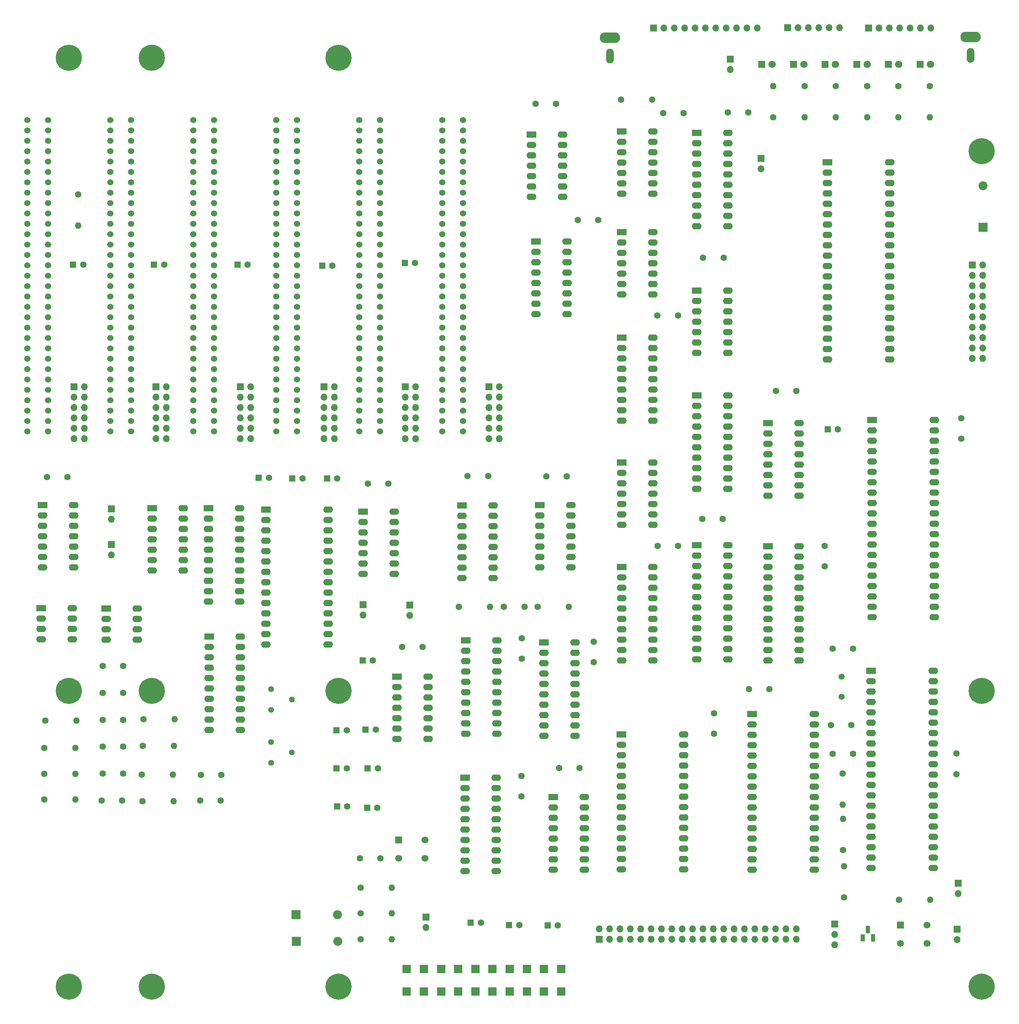
<source format=gbr>
%TF.GenerationSoftware,KiCad,Pcbnew,8.0.6*%
%TF.CreationDate,2025-06-11T07:28:08-05:00*%
%TF.ProjectId,CortexPC,436f7274-6578-4504-932e-6b696361645f,V0.5*%
%TF.SameCoordinates,Original*%
%TF.FileFunction,Soldermask,Bot*%
%TF.FilePolarity,Negative*%
%FSLAX46Y46*%
G04 Gerber Fmt 4.6, Leading zero omitted, Abs format (unit mm)*
G04 Created by KiCad (PCBNEW 8.0.6) date 2025-06-11 07:28:08*
%MOMM*%
%LPD*%
G01*
G04 APERTURE LIST*
G04 Aperture macros list*
%AMRoundRect*
0 Rectangle with rounded corners*
0 $1 Rounding radius*
0 $2 $3 $4 $5 $6 $7 $8 $9 X,Y pos of 4 corners*
0 Add a 4 corners polygon primitive as box body*
4,1,4,$2,$3,$4,$5,$6,$7,$8,$9,$2,$3,0*
0 Add four circle primitives for the rounded corners*
1,1,$1+$1,$2,$3*
1,1,$1+$1,$4,$5*
1,1,$1+$1,$6,$7*
1,1,$1+$1,$8,$9*
0 Add four rect primitives between the rounded corners*
20,1,$1+$1,$2,$3,$4,$5,0*
20,1,$1+$1,$4,$5,$6,$7,0*
20,1,$1+$1,$6,$7,$8,$9,0*
20,1,$1+$1,$8,$9,$2,$3,0*%
G04 Aperture macros list end*
%ADD10R,1.700000X1.700000*%
%ADD11O,1.700000X1.700000*%
%ADD12R,1.600000X1.600000*%
%ADD13C,1.600000*%
%ADD14R,2.400000X1.600000*%
%ADD15O,2.400000X1.600000*%
%ADD16C,3.600000*%
%ADD17C,6.400000*%
%ADD18O,1.600000X1.600000*%
%ADD19R,2.125980X2.125980*%
%ADD20C,1.700000*%
%ADD21R,1.800000X1.800000*%
%ADD22C,1.800000*%
%ADD23C,1.524000*%
%ADD24C,1.440000*%
%ADD25O,5.004000X2.604000*%
%ADD26O,1.904000X3.604000*%
%ADD27R,2.200000X2.200000*%
%ADD28O,2.200000X2.200000*%
%ADD29R,1.100000X1.800000*%
%ADD30RoundRect,0.275000X-0.275000X-0.625000X0.275000X-0.625000X0.275000X0.625000X-0.275000X0.625000X0*%
%ADD31C,1.500000*%
G04 APERTURE END LIST*
D10*
%TO.C,J21*%
X118770400Y-164007800D03*
D11*
X118770400Y-166547800D03*
%TD*%
D12*
%TO.C,C58*%
X101422200Y-133096000D03*
D13*
X103922200Y-133096000D03*
%TD*%
D14*
%TO.C,U32*%
X55803800Y-164947600D03*
D15*
X55803800Y-167487600D03*
X55803800Y-170027600D03*
X55803800Y-172567600D03*
X63423800Y-172567600D03*
X63423800Y-170027600D03*
X63423800Y-167487600D03*
X63423800Y-164947600D03*
%TD*%
D16*
%TO.C,P18*%
X112718400Y-30152000D03*
D17*
X112718400Y-30152000D03*
%TD*%
D13*
%TO.C,C47*%
X54740800Y-211963000D03*
X59740800Y-211963000D03*
%TD*%
%TO.C,R1*%
X242173800Y-37118000D03*
D18*
X242173800Y-44738000D03*
%TD*%
D19*
%TO.C,P5*%
X129443500Y-253197380D03*
X129443500Y-258699020D03*
X133644660Y-253197380D03*
X133644660Y-258699020D03*
X137843280Y-253197380D03*
X137843280Y-258699020D03*
X142044440Y-253197380D03*
X142044440Y-258699020D03*
X146243060Y-253197380D03*
X146243060Y-258699020D03*
X150444220Y-253197380D03*
X150444220Y-258699020D03*
X154642840Y-253197380D03*
X154642840Y-258699020D03*
X158844000Y-253197380D03*
X158844000Y-258699020D03*
X163042620Y-253197380D03*
X163042620Y-258699020D03*
X167243780Y-253197380D03*
X167243780Y-258699020D03*
%TD*%
D13*
%TO.C,C11*%
X202010000Y-79146400D03*
X207010000Y-79146400D03*
%TD*%
D14*
%TO.C,U7*%
X142976600Y-139750800D03*
D15*
X142976600Y-142290800D03*
X142976600Y-144830800D03*
X142976600Y-147370800D03*
X142976600Y-149910800D03*
X142976600Y-152450800D03*
X142976600Y-154990800D03*
X142976600Y-157530800D03*
X150596600Y-157530800D03*
X150596600Y-154990800D03*
X150596600Y-152450800D03*
X150596600Y-149910800D03*
X150596600Y-147370800D03*
X150596600Y-144830800D03*
X150596600Y-142290800D03*
X150596600Y-139750800D03*
%TD*%
D13*
%TO.C,C37*%
X54969400Y-179013000D03*
X59969400Y-179013000D03*
%TD*%
%TO.C,R7*%
X234508000Y-37118000D03*
D18*
X234508000Y-44738000D03*
%TD*%
D14*
%TO.C,U12*%
X182067200Y-72872600D03*
D15*
X182067200Y-75412600D03*
X182067200Y-77952600D03*
X182067200Y-80492600D03*
X182067200Y-83032600D03*
X182067200Y-85572600D03*
X182067200Y-88112600D03*
X189687200Y-88112600D03*
X189687200Y-85572600D03*
X189687200Y-83032600D03*
X189687200Y-80492600D03*
X189687200Y-77952600D03*
X189687200Y-75412600D03*
X189687200Y-72872600D03*
%TD*%
D12*
%TO.C,C26*%
X232526200Y-121132600D03*
D13*
X235026200Y-121132600D03*
%TD*%
D10*
%TO.C,J17*%
X149580600Y-110693200D03*
D11*
X152120600Y-110693200D03*
X149580600Y-113233200D03*
X152120600Y-113233200D03*
X149580600Y-115773200D03*
X152120600Y-115773200D03*
X149580600Y-118313200D03*
X152120600Y-118313200D03*
X149580600Y-120853200D03*
X152120600Y-120853200D03*
X149580600Y-123393200D03*
X152120600Y-123393200D03*
%TD*%
D13*
%TO.C,C2*%
X208080600Y-43561000D03*
X213080600Y-43561000D03*
%TD*%
%TO.C,C6*%
X190884800Y-149682200D03*
X195884800Y-149682200D03*
%TD*%
%TO.C,C5*%
X233734600Y-200507600D03*
X238734600Y-200507600D03*
%TD*%
D16*
%TO.C,P16*%
X112718400Y-185092000D03*
D17*
X112718400Y-185092000D03*
%TD*%
D13*
%TO.C,R16*%
X118160800Y-239547400D03*
D18*
X125780800Y-239547400D03*
%TD*%
D13*
%TO.C,R6*%
X249839500Y-37118000D03*
D18*
X249839500Y-44738000D03*
%TD*%
D10*
%TO.C,J11*%
X68040000Y-110693200D03*
D11*
X70580000Y-110693200D03*
X68040000Y-113233200D03*
X70580000Y-113233200D03*
X68040000Y-115773200D03*
X70580000Y-115773200D03*
X68040000Y-118313200D03*
X70580000Y-118313200D03*
X68040000Y-120853200D03*
X70580000Y-120853200D03*
X68040000Y-123393200D03*
X70580000Y-123393200D03*
%TD*%
D13*
%TO.C,C27*%
X163605200Y-132664200D03*
X168605200Y-132664200D03*
%TD*%
D14*
%TO.C,U1*%
X118719600Y-141274800D03*
D15*
X118719600Y-143814800D03*
X118719600Y-146354800D03*
X118719600Y-148894800D03*
X118719600Y-151434800D03*
X118719600Y-153974800D03*
X118719600Y-156514800D03*
X126339600Y-156514800D03*
X126339600Y-153974800D03*
X126339600Y-151434800D03*
X126339600Y-148894800D03*
X126339600Y-146354800D03*
X126339600Y-143814800D03*
X126339600Y-141274800D03*
%TD*%
D14*
%TO.C,U23*%
X243382800Y-118821200D03*
D15*
X243382800Y-121361200D03*
X243382800Y-123901200D03*
X243382800Y-126441200D03*
X243382800Y-128981200D03*
X243382800Y-131521200D03*
X243382800Y-134061200D03*
X243382800Y-136601200D03*
X243382800Y-139141200D03*
X243382800Y-141681200D03*
X243382800Y-144221200D03*
X243382800Y-146761200D03*
X243382800Y-149301200D03*
X243382800Y-151841200D03*
X243382800Y-154381200D03*
X243382800Y-156921200D03*
X243382800Y-159461200D03*
X243382800Y-162001200D03*
X243382800Y-164541200D03*
X243382800Y-167081200D03*
X258622800Y-167081200D03*
X258622800Y-164541200D03*
X258622800Y-162001200D03*
X258622800Y-159461200D03*
X258622800Y-156921200D03*
X258622800Y-154381200D03*
X258622800Y-151841200D03*
X258622800Y-149301200D03*
X258622800Y-146761200D03*
X258622800Y-144221200D03*
X258622800Y-141681200D03*
X258622800Y-139141200D03*
X258622800Y-136601200D03*
X258622800Y-134061200D03*
X258622800Y-131521200D03*
X258622800Y-128981200D03*
X258622800Y-126441200D03*
X258622800Y-123901200D03*
X258622800Y-121361200D03*
X258622800Y-118821200D03*
%TD*%
D14*
%TO.C,U22*%
X161036000Y-75107800D03*
D15*
X161036000Y-77647800D03*
X161036000Y-80187800D03*
X161036000Y-82727800D03*
X161036000Y-85267800D03*
X161036000Y-87807800D03*
X161036000Y-90347800D03*
X161036000Y-92887800D03*
X168656000Y-92887800D03*
X168656000Y-90347800D03*
X168656000Y-87807800D03*
X168656000Y-85267800D03*
X168656000Y-82727800D03*
X168656000Y-80187800D03*
X168656000Y-77647800D03*
X168656000Y-75107800D03*
%TD*%
D14*
%TO.C,U20*%
X81051400Y-171831000D03*
D15*
X81051400Y-174371000D03*
X81051400Y-176911000D03*
X81051400Y-179451000D03*
X81051400Y-181991000D03*
X81051400Y-184531000D03*
X81051400Y-187071000D03*
X81051400Y-189611000D03*
X81051400Y-192151000D03*
X81051400Y-194691000D03*
X88671400Y-194691000D03*
X88671400Y-192151000D03*
X88671400Y-189611000D03*
X88671400Y-187071000D03*
X88671400Y-184531000D03*
X88671400Y-181991000D03*
X88671400Y-179451000D03*
X88671400Y-176911000D03*
X88671400Y-174371000D03*
X88671400Y-171831000D03*
%TD*%
D16*
%TO.C,P13*%
X46678400Y-257482000D03*
D17*
X46678400Y-257482000D03*
%TD*%
D13*
%TO.C,R5*%
X48996600Y-63652400D03*
D18*
X48996600Y-71272400D03*
%TD*%
D13*
%TO.C,C17*%
X166754800Y-204012800D03*
X171754800Y-204012800D03*
%TD*%
D10*
%TO.C,J7*%
X242544600Y-22860000D03*
D11*
X245084600Y-22860000D03*
X247624600Y-22860000D03*
X250164600Y-22860000D03*
X252704600Y-22860000D03*
X255244600Y-22860000D03*
X257784600Y-22860000D03*
%TD*%
D10*
%TO.C,P6*%
X134188200Y-240461800D03*
D11*
X134188200Y-243001800D03*
%TD*%
D10*
%TO.C,J23*%
X57124600Y-149301200D03*
D11*
X57124600Y-151841200D03*
%TD*%
D13*
%TO.C,C33*%
X117978200Y-226134800D03*
X122978200Y-226134800D03*
%TD*%
D12*
%TO.C,C43*%
X112231800Y-204117600D03*
D13*
X114731800Y-204117600D03*
%TD*%
D14*
%TO.C,U30*%
X217849800Y-149713200D03*
D15*
X217849800Y-152253200D03*
X217849800Y-154793200D03*
X217849800Y-157333200D03*
X217849800Y-159873200D03*
X217849800Y-162413200D03*
X217849800Y-164953200D03*
X217849800Y-167493200D03*
X217849800Y-170033200D03*
X217849800Y-172573200D03*
X217849800Y-175113200D03*
X217849800Y-177653200D03*
X225469800Y-177653200D03*
X225469800Y-175113200D03*
X225469800Y-172573200D03*
X225469800Y-170033200D03*
X225469800Y-167493200D03*
X225469800Y-164953200D03*
X225469800Y-162413200D03*
X225469800Y-159873200D03*
X225469800Y-157333200D03*
X225469800Y-154793200D03*
X225469800Y-152253200D03*
X225469800Y-149713200D03*
%TD*%
D10*
%TO.C,SW1*%
X250344800Y-242413400D03*
D20*
X256844800Y-242413400D03*
X250344800Y-246913400D03*
X256844800Y-246913400D03*
%TD*%
D13*
%TO.C,R23*%
X64846200Y-198551800D03*
D18*
X72466200Y-198551800D03*
%TD*%
D13*
%TO.C,C25*%
X157581600Y-172237400D03*
X157581600Y-177237400D03*
%TD*%
%TO.C,C23*%
X175183800Y-173079400D03*
X175183800Y-178079400D03*
%TD*%
D14*
%TO.C,U15*%
X165277800Y-211099400D03*
D15*
X165277800Y-213639400D03*
X165277800Y-216179400D03*
X165277800Y-218719400D03*
X165277800Y-221259400D03*
X165277800Y-223799400D03*
X165277800Y-226339400D03*
X165277800Y-228879400D03*
X172897800Y-228879400D03*
X172897800Y-226339400D03*
X172897800Y-223799400D03*
X172897800Y-221259400D03*
X172897800Y-218719400D03*
X172897800Y-216179400D03*
X172897800Y-213639400D03*
X172897800Y-211099400D03*
%TD*%
D13*
%TO.C,C3*%
X192205600Y-43738800D03*
X197205600Y-43738800D03*
%TD*%
D12*
%TO.C,C51*%
X119724800Y-213766400D03*
D13*
X122224800Y-213766400D03*
%TD*%
D16*
%TO.C,P2*%
X66998400Y-30152000D03*
D17*
X66998400Y-30152000D03*
%TD*%
D21*
%TO.C,D8*%
X247370600Y-31826200D03*
D22*
X249910600Y-31826200D03*
%TD*%
D12*
%TO.C,C57*%
X109905800Y-133096000D03*
D13*
X112405800Y-133096000D03*
%TD*%
%TO.C,R8*%
X236270800Y-224053400D03*
D18*
X236270800Y-216433400D03*
%TD*%
D14*
%TO.C,U5*%
X182067200Y-48234600D03*
D15*
X182067200Y-50774600D03*
X182067200Y-53314600D03*
X182067200Y-55854600D03*
X182067200Y-58394600D03*
X182067200Y-60934600D03*
X182067200Y-63474600D03*
X189687200Y-63474600D03*
X189687200Y-60934600D03*
X189687200Y-58394600D03*
X189687200Y-55854600D03*
X189687200Y-53314600D03*
X189687200Y-50774600D03*
X189687200Y-48234600D03*
%TD*%
D12*
%TO.C,C48*%
X112358800Y-213385400D03*
D13*
X114858800Y-213385400D03*
%TD*%
%TO.C,R17*%
X118160800Y-245948200D03*
D18*
X125780800Y-245948200D03*
%TD*%
D10*
%TO.C,J15*%
X109194600Y-110693200D03*
D11*
X111734600Y-110693200D03*
X109194600Y-113233200D03*
X111734600Y-113233200D03*
X109194600Y-115773200D03*
X111734600Y-115773200D03*
X109194600Y-118313200D03*
X111734600Y-118313200D03*
X109194600Y-120853200D03*
X111734600Y-120853200D03*
X109194600Y-123393200D03*
X111734600Y-123393200D03*
%TD*%
D14*
%TO.C,U16*%
X94970600Y-140766800D03*
D15*
X94970600Y-143306800D03*
X94970600Y-145846800D03*
X94970600Y-148386800D03*
X94970600Y-150926800D03*
X94970600Y-153466800D03*
X94970600Y-156006800D03*
X94970600Y-158546800D03*
X94970600Y-161086800D03*
X94970600Y-163626800D03*
X94970600Y-166166800D03*
X94970600Y-168706800D03*
X94970600Y-171246800D03*
X94970600Y-173786800D03*
X110210600Y-173786800D03*
X110210600Y-171246800D03*
X110210600Y-168706800D03*
X110210600Y-166166800D03*
X110210600Y-163626800D03*
X110210600Y-161086800D03*
X110210600Y-158546800D03*
X110210600Y-156006800D03*
X110210600Y-153466800D03*
X110210600Y-150926800D03*
X110210600Y-148386800D03*
X110210600Y-145846800D03*
X110210600Y-143306800D03*
X110210600Y-140766800D03*
%TD*%
D13*
%TO.C,C45*%
X54969400Y-198783000D03*
X59969400Y-198783000D03*
%TD*%
D14*
%TO.C,U13*%
X200431400Y-87198200D03*
D15*
X200431400Y-89738200D03*
X200431400Y-92278200D03*
X200431400Y-94818200D03*
X200431400Y-97358200D03*
X200431400Y-99898200D03*
X200431400Y-102438200D03*
X208051400Y-102438200D03*
X208051400Y-99898200D03*
X208051400Y-97358200D03*
X208051400Y-94818200D03*
X208051400Y-92278200D03*
X208051400Y-89738200D03*
X208051400Y-87198200D03*
%TD*%
D21*
%TO.C,D1*%
X239623600Y-31826200D03*
D22*
X242163600Y-31826200D03*
%TD*%
D14*
%TO.C,P1*%
X40284400Y-139623800D03*
D15*
X40284400Y-142163800D03*
X40284400Y-144703800D03*
X40284400Y-147243800D03*
X40284400Y-149783800D03*
X40284400Y-152323800D03*
X40284400Y-154863800D03*
X47904400Y-154863800D03*
X47904400Y-152323800D03*
X47904400Y-149783800D03*
X47904400Y-147243800D03*
X47904400Y-144703800D03*
X47904400Y-142163800D03*
X47904400Y-139623800D03*
%TD*%
D13*
%TO.C,C15*%
X264033000Y-205482200D03*
X264033000Y-200482200D03*
%TD*%
%TO.C,R12*%
X226842300Y-37118000D03*
D18*
X226842300Y-44738000D03*
%TD*%
D14*
%TO.C,U25*%
X143891000Y-172770800D03*
D15*
X143891000Y-175310800D03*
X143891000Y-177850800D03*
X143891000Y-180390800D03*
X143891000Y-182930800D03*
X143891000Y-185470800D03*
X143891000Y-188010800D03*
X143891000Y-190550800D03*
X143891000Y-193090800D03*
X143891000Y-195630800D03*
X151511000Y-195630800D03*
X151511000Y-193090800D03*
X151511000Y-190550800D03*
X151511000Y-188010800D03*
X151511000Y-185470800D03*
X151511000Y-182930800D03*
X151511000Y-180390800D03*
X151511000Y-177850800D03*
X151511000Y-175310800D03*
X151511000Y-172770800D03*
%TD*%
D12*
%TO.C,C28*%
X163950200Y-242512200D03*
D13*
X166450200Y-242512200D03*
%TD*%
%TO.C,R20*%
X40716200Y-205409800D03*
D18*
X48336200Y-205409800D03*
%TD*%
D10*
%TO.C,J22*%
X57073800Y-140614400D03*
D11*
X57073800Y-143154400D03*
%TD*%
D14*
%TO.C,U11*%
X200431400Y-149479000D03*
D15*
X200431400Y-152019000D03*
X200431400Y-154559000D03*
X200431400Y-157099000D03*
X200431400Y-159639000D03*
X200431400Y-162179000D03*
X200431400Y-164719000D03*
X200431400Y-167259000D03*
X200431400Y-169799000D03*
X200431400Y-172339000D03*
X200431400Y-174879000D03*
X200431400Y-177419000D03*
X208051400Y-177419000D03*
X208051400Y-174879000D03*
X208051400Y-172339000D03*
X208051400Y-169799000D03*
X208051400Y-167259000D03*
X208051400Y-164719000D03*
X208051400Y-162179000D03*
X208051400Y-159639000D03*
X208051400Y-157099000D03*
X208051400Y-154559000D03*
X208051400Y-152019000D03*
X208051400Y-149479000D03*
%TD*%
D21*
%TO.C,D6*%
X224129600Y-31826200D03*
D22*
X226669600Y-31826200D03*
%TD*%
D13*
%TO.C,R13*%
X249995400Y-236294800D03*
D18*
X257615400Y-236294800D03*
%TD*%
D12*
%TO.C,C38*%
X118618000Y-177673000D03*
D13*
X121118000Y-177673000D03*
%TD*%
D10*
%TO.C,J4*%
X216154000Y-54787800D03*
D11*
X216154000Y-57327800D03*
%TD*%
D23*
%TO.C,J18*%
X138143800Y-45446000D03*
X138143800Y-47986000D03*
X138143800Y-50526000D03*
X138143800Y-53066000D03*
X138143800Y-55606000D03*
X138143800Y-58146000D03*
X138143800Y-60686000D03*
X138143800Y-63226000D03*
X138143800Y-65766000D03*
X138143800Y-68306000D03*
X138143800Y-70846000D03*
X138143800Y-73386000D03*
X138143800Y-75926000D03*
X138143800Y-78466000D03*
X138143800Y-81006000D03*
X138143800Y-83546000D03*
X138143800Y-86086000D03*
X138143800Y-88626000D03*
X138143800Y-91166000D03*
X138143800Y-93706000D03*
X138143800Y-96246000D03*
X138143800Y-98786000D03*
X138143800Y-101326000D03*
X138143800Y-103866000D03*
X138143800Y-106406000D03*
X138143800Y-108946000D03*
X138143800Y-111486000D03*
X138143800Y-114026000D03*
X138143800Y-116566000D03*
X138143800Y-119106000D03*
X138143800Y-121646000D03*
X143223800Y-45446000D03*
X143223800Y-47986000D03*
X143223800Y-50526000D03*
X143223800Y-53066000D03*
X143223800Y-55606000D03*
X143223800Y-58146000D03*
X143223800Y-60686000D03*
X143223800Y-63226000D03*
X143223800Y-65766000D03*
X143223800Y-68306000D03*
X143223800Y-70846000D03*
X143223800Y-73386000D03*
X143223800Y-75926000D03*
X143223800Y-78466000D03*
X143223800Y-81006000D03*
X143223800Y-83546000D03*
X143223800Y-86086000D03*
X143223800Y-88626000D03*
X143223800Y-91166000D03*
X143223800Y-93706000D03*
X143223800Y-96246000D03*
X143223800Y-98786000D03*
X143223800Y-101326000D03*
X143223800Y-103866000D03*
X143223800Y-106406000D03*
X143223800Y-108946000D03*
X143223800Y-111486000D03*
X143223800Y-114026000D03*
X143223800Y-116566000D03*
X143223800Y-119106000D03*
X143223800Y-121646000D03*
%TD*%
D24*
%TO.C,RV2*%
X96240600Y-202742800D03*
X101320600Y-200202800D03*
X96240600Y-197662800D03*
%TD*%
D13*
%TO.C,R4*%
X236194600Y-205384400D03*
D18*
X236194600Y-213004400D03*
%TD*%
D16*
%TO.C,P14*%
X46678400Y-185092000D03*
D17*
X46678400Y-185092000D03*
%TD*%
D12*
%TO.C,C31*%
X128945000Y-80416400D03*
D13*
X131445000Y-80416400D03*
%TD*%
D12*
%TO.C,C34*%
X145078000Y-241826400D03*
D13*
X147578000Y-241826400D03*
%TD*%
D25*
%TO.C,J9*%
X267512800Y-25116400D03*
D26*
X267512800Y-29616400D03*
%TD*%
D13*
%TO.C,R22*%
X64973200Y-192074800D03*
D18*
X72593200Y-192074800D03*
%TD*%
D13*
%TO.C,R9*%
X161467800Y-164515800D03*
D18*
X169087800Y-164515800D03*
%TD*%
D12*
%TO.C,C49*%
X119343800Y-194640200D03*
D13*
X121843800Y-194640200D03*
%TD*%
D14*
%TO.C,U17*%
X182067200Y-154787600D03*
D15*
X182067200Y-157327600D03*
X182067200Y-159867600D03*
X182067200Y-162407600D03*
X182067200Y-164947600D03*
X182067200Y-167487600D03*
X182067200Y-170027600D03*
X182067200Y-172567600D03*
X182067200Y-175107600D03*
X182067200Y-177647600D03*
X189687200Y-177647600D03*
X189687200Y-175107600D03*
X189687200Y-172567600D03*
X189687200Y-170027600D03*
X189687200Y-167487600D03*
X189687200Y-164947600D03*
X189687200Y-162407600D03*
X189687200Y-159867600D03*
X189687200Y-157327600D03*
X189687200Y-154787600D03*
%TD*%
D13*
%TO.C,C44*%
X54969400Y-192193000D03*
X59969400Y-192193000D03*
%TD*%
D12*
%TO.C,C30*%
X154472000Y-242468400D03*
D13*
X156972000Y-242468400D03*
%TD*%
%TO.C,C36*%
X78994000Y-205677800D03*
X83994000Y-205677800D03*
%TD*%
D16*
%TO.C,P15*%
X66998400Y-185092000D03*
D17*
X66998400Y-185092000D03*
%TD*%
D10*
%TO.C,JP5*%
X234213400Y-242189000D03*
D11*
X234213400Y-244729000D03*
X234213400Y-247269000D03*
%TD*%
D13*
%TO.C,C56*%
X78870800Y-211963000D03*
X83870800Y-211963000D03*
%TD*%
D16*
%TO.C,P12*%
X66998400Y-257482000D03*
D17*
X66998400Y-257482000D03*
%TD*%
D13*
%TO.C,C42*%
X54969400Y-185603000D03*
X59969400Y-185603000D03*
%TD*%
D16*
%TO.C,P9*%
X270198400Y-185092000D03*
D17*
X270198400Y-185092000D03*
%TD*%
D10*
%TO.C,J1*%
X267919200Y-80873600D03*
D11*
X270459200Y-80873600D03*
X267919200Y-83413600D03*
X270459200Y-83413600D03*
X267919200Y-85953600D03*
X270459200Y-85953600D03*
X267919200Y-88493600D03*
X270459200Y-88493600D03*
X267919200Y-91033600D03*
X270459200Y-91033600D03*
X267919200Y-93573600D03*
X270459200Y-93573600D03*
X267919200Y-96113600D03*
X270459200Y-96113600D03*
X267919200Y-98653600D03*
X270459200Y-98653600D03*
X267919200Y-101193600D03*
X270459200Y-101193600D03*
X267919200Y-103733600D03*
X270459200Y-103733600D03*
%TD*%
D13*
%TO.C,C4*%
X190834000Y-93268800D03*
X195834000Y-93268800D03*
%TD*%
D12*
%TO.C,C22*%
X88004200Y-80841200D03*
D13*
X90504200Y-80841200D03*
%TD*%
D10*
%TO.C,J20*%
X130200400Y-164160200D03*
D11*
X130200400Y-166700200D03*
%TD*%
D14*
%TO.C,P3*%
X67056000Y-140385800D03*
D15*
X67056000Y-142925800D03*
X67056000Y-145465800D03*
X67056000Y-148005800D03*
X67056000Y-150545800D03*
X67056000Y-153085800D03*
X67056000Y-155625800D03*
X74676000Y-155625800D03*
X74676000Y-153085800D03*
X74676000Y-150545800D03*
X74676000Y-148005800D03*
X74676000Y-145465800D03*
X74676000Y-142925800D03*
X74676000Y-140385800D03*
%TD*%
D14*
%TO.C,U9*%
X213995000Y-190804800D03*
D15*
X213995000Y-193344800D03*
X213995000Y-195884800D03*
X213995000Y-198424800D03*
X213995000Y-200964800D03*
X213995000Y-203504800D03*
X213995000Y-206044800D03*
X213995000Y-208584800D03*
X213995000Y-211124800D03*
X213995000Y-213664800D03*
X213995000Y-216204800D03*
X213995000Y-218744800D03*
X213995000Y-221284800D03*
X213995000Y-223824800D03*
X213995000Y-226364800D03*
X213995000Y-228904800D03*
X229235000Y-228904800D03*
X229235000Y-226364800D03*
X229235000Y-223824800D03*
X229235000Y-221284800D03*
X229235000Y-218744800D03*
X229235000Y-216204800D03*
X229235000Y-213664800D03*
X229235000Y-211124800D03*
X229235000Y-208584800D03*
X229235000Y-206044800D03*
X229235000Y-203504800D03*
X229235000Y-200964800D03*
X229235000Y-198424800D03*
X229235000Y-195884800D03*
X229235000Y-193344800D03*
X229235000Y-190804800D03*
%TD*%
D10*
%TO.C,J6*%
X208661000Y-30556200D03*
D11*
X208661000Y-33096200D03*
%TD*%
D13*
%TO.C,C1*%
X119891800Y-134391400D03*
X124891800Y-134391400D03*
%TD*%
D14*
%TO.C,U4*%
X162026600Y-139674600D03*
D15*
X162026600Y-142214600D03*
X162026600Y-144754600D03*
X162026600Y-147294600D03*
X162026600Y-149834600D03*
X162026600Y-152374600D03*
X162026600Y-154914600D03*
X169646600Y-154914600D03*
X169646600Y-152374600D03*
X169646600Y-149834600D03*
X169646600Y-147294600D03*
X169646600Y-144754600D03*
X169646600Y-142214600D03*
X169646600Y-139674600D03*
%TD*%
D13*
%TO.C,C19*%
X204698600Y-195652400D03*
X204698600Y-190652400D03*
%TD*%
D10*
%TO.C,J5*%
X222681800Y-22834600D03*
D11*
X225221800Y-22834600D03*
X227761800Y-22834600D03*
X230301800Y-22834600D03*
X232841800Y-22834600D03*
X235381800Y-22834600D03*
%TD*%
D14*
%TO.C,U29*%
X162991800Y-173278800D03*
D15*
X162991800Y-175818800D03*
X162991800Y-178358800D03*
X162991800Y-180898800D03*
X162991800Y-183438800D03*
X162991800Y-185978800D03*
X162991800Y-188518800D03*
X162991800Y-191058800D03*
X162991800Y-193598800D03*
X162991800Y-196138800D03*
X170611800Y-196138800D03*
X170611800Y-193598800D03*
X170611800Y-191058800D03*
X170611800Y-188518800D03*
X170611800Y-185978800D03*
X170611800Y-183438800D03*
X170611800Y-180898800D03*
X170611800Y-178358800D03*
X170611800Y-175818800D03*
X170611800Y-173278800D03*
%TD*%
D12*
%TO.C,C39*%
X112231800Y-194767200D03*
D13*
X114731800Y-194767200D03*
%TD*%
D16*
%TO.C,P10*%
X270198400Y-257482000D03*
D17*
X270198400Y-257482000D03*
%TD*%
D13*
%TO.C,R2*%
X181864000Y-40411400D03*
D18*
X189484000Y-40411400D03*
%TD*%
D13*
%TO.C,C14*%
X265226800Y-118393200D03*
X265226800Y-123393200D03*
%TD*%
D10*
%TO.C,SW2*%
X127434200Y-221636200D03*
D20*
X133934200Y-221636200D03*
X127434200Y-226136200D03*
X133934200Y-226136200D03*
%TD*%
D24*
%TO.C,RV1*%
X96215200Y-189814200D03*
X101295200Y-187274200D03*
X96215200Y-184734200D03*
%TD*%
D27*
%TO.C,D10*%
X102412800Y-246405400D03*
D28*
X112572800Y-246405400D03*
%TD*%
D13*
%TO.C,R3*%
X219176600Y-44738000D03*
D18*
X219176600Y-37118000D03*
%TD*%
D14*
%TO.C,U3*%
X243078000Y-180187600D03*
D15*
X243078000Y-182727600D03*
X243078000Y-185267600D03*
X243078000Y-187807600D03*
X243078000Y-190347600D03*
X243078000Y-192887600D03*
X243078000Y-195427600D03*
X243078000Y-197967600D03*
X243078000Y-200507600D03*
X243078000Y-203047600D03*
X243078000Y-205587600D03*
X243078000Y-208127600D03*
X243078000Y-210667600D03*
X243078000Y-213207600D03*
X243078000Y-215747600D03*
X243078000Y-218287600D03*
X243078000Y-220827600D03*
X243078000Y-223367600D03*
X243078000Y-225907600D03*
X243078000Y-228447600D03*
X258318000Y-228447600D03*
X258318000Y-225907600D03*
X258318000Y-223367600D03*
X258318000Y-220827600D03*
X258318000Y-218287600D03*
X258318000Y-215747600D03*
X258318000Y-213207600D03*
X258318000Y-210667600D03*
X258318000Y-208127600D03*
X258318000Y-205587600D03*
X258318000Y-203047600D03*
X258318000Y-200507600D03*
X258318000Y-197967600D03*
X258318000Y-195427600D03*
X258318000Y-192887600D03*
X258318000Y-190347600D03*
X258318000Y-187807600D03*
X258318000Y-185267600D03*
X258318000Y-182727600D03*
X258318000Y-180187600D03*
%TD*%
D13*
%TO.C,C21*%
X157556200Y-205921600D03*
X157556200Y-210921600D03*
%TD*%
D23*
%TO.C,J14*%
X77183800Y-45446000D03*
X77183800Y-47986000D03*
X77183800Y-50526000D03*
X77183800Y-53066000D03*
X77183800Y-55606000D03*
X77183800Y-58146000D03*
X77183800Y-60686000D03*
X77183800Y-63226000D03*
X77183800Y-65766000D03*
X77183800Y-68306000D03*
X77183800Y-70846000D03*
X77183800Y-73386000D03*
X77183800Y-75926000D03*
X77183800Y-78466000D03*
X77183800Y-81006000D03*
X77183800Y-83546000D03*
X77183800Y-86086000D03*
X77183800Y-88626000D03*
X77183800Y-91166000D03*
X77183800Y-93706000D03*
X77183800Y-96246000D03*
X77183800Y-98786000D03*
X77183800Y-101326000D03*
X77183800Y-103866000D03*
X77183800Y-106406000D03*
X77183800Y-108946000D03*
X77183800Y-111486000D03*
X77183800Y-114026000D03*
X77183800Y-116566000D03*
X77183800Y-119106000D03*
X77183800Y-121646000D03*
X82263800Y-45446000D03*
X82263800Y-47986000D03*
X82263800Y-50526000D03*
X82263800Y-53066000D03*
X82263800Y-55606000D03*
X82263800Y-58146000D03*
X82263800Y-60686000D03*
X82263800Y-63226000D03*
X82263800Y-65766000D03*
X82263800Y-68306000D03*
X82263800Y-70846000D03*
X82263800Y-73386000D03*
X82263800Y-75926000D03*
X82263800Y-78466000D03*
X82263800Y-81006000D03*
X82263800Y-83546000D03*
X82263800Y-86086000D03*
X82263800Y-88626000D03*
X82263800Y-91166000D03*
X82263800Y-93706000D03*
X82263800Y-96246000D03*
X82263800Y-98786000D03*
X82263800Y-101326000D03*
X82263800Y-103866000D03*
X82263800Y-106406000D03*
X82263800Y-108946000D03*
X82263800Y-111486000D03*
X82263800Y-114026000D03*
X82263800Y-116566000D03*
X82263800Y-119106000D03*
X82263800Y-121646000D03*
%TD*%
D13*
%TO.C,R19*%
X40716200Y-199085200D03*
D18*
X48336200Y-199085200D03*
%TD*%
D29*
%TO.C,U8*%
X241096800Y-245586200D03*
D30*
X242366800Y-243516200D03*
X243636800Y-245586200D03*
%TD*%
D13*
%TO.C,R14*%
X236548800Y-235678000D03*
D18*
X236548800Y-228058000D03*
%TD*%
D21*
%TO.C,D3*%
X231876600Y-31826200D03*
D22*
X234416600Y-31826200D03*
%TD*%
D12*
%TO.C,C20*%
X67527800Y-80848200D03*
D13*
X70027800Y-80848200D03*
%TD*%
D10*
%TO.C,J8*%
X129108200Y-110693200D03*
D11*
X131648200Y-110693200D03*
X129108200Y-113233200D03*
X131648200Y-113233200D03*
X129108200Y-115773200D03*
X131648200Y-115773200D03*
X129108200Y-118313200D03*
X131648200Y-118313200D03*
X129108200Y-120853200D03*
X131648200Y-120853200D03*
X129108200Y-123393200D03*
X131648200Y-123393200D03*
%TD*%
D13*
%TO.C,C32*%
X41355000Y-132816600D03*
X46355000Y-132816600D03*
%TD*%
D12*
%TO.C,C53*%
X93181800Y-132994400D03*
D13*
X95681800Y-132994400D03*
%TD*%
D14*
%TO.C,U6*%
X217849800Y-119563400D03*
D15*
X217849800Y-122103400D03*
X217849800Y-124643400D03*
X217849800Y-127183400D03*
X217849800Y-129723400D03*
X217849800Y-132263400D03*
X217849800Y-134803400D03*
X217849800Y-137343400D03*
X225469800Y-137343400D03*
X225469800Y-134803400D03*
X225469800Y-132263400D03*
X225469800Y-129723400D03*
X225469800Y-127183400D03*
X225469800Y-124643400D03*
X225469800Y-122103400D03*
X225469800Y-119563400D03*
%TD*%
D13*
%TO.C,R21*%
X40716200Y-211734400D03*
D18*
X48336200Y-211734400D03*
%TD*%
D16*
%TO.C,P17*%
X270198400Y-53012000D03*
D17*
X270198400Y-53012000D03*
%TD*%
D13*
%TO.C,C9*%
X231800400Y-149660600D03*
X231800400Y-154660600D03*
%TD*%
D10*
%TO.C,JP4*%
X264490200Y-232151000D03*
D11*
X264490200Y-234691000D03*
%TD*%
D27*
%TO.C,D11*%
X102285800Y-239877600D03*
D28*
X112445800Y-239877600D03*
%TD*%
D14*
%TO.C,U18*%
X181991000Y-195757800D03*
D15*
X181991000Y-198297800D03*
X181991000Y-200837800D03*
X181991000Y-203377800D03*
X181991000Y-205917800D03*
X181991000Y-208457800D03*
X181991000Y-210997800D03*
X181991000Y-213537800D03*
X181991000Y-216077800D03*
X181991000Y-218617800D03*
X181991000Y-221157800D03*
X181991000Y-223697800D03*
X181991000Y-226237800D03*
X181991000Y-228777800D03*
X197231000Y-228777800D03*
X197231000Y-226237800D03*
X197231000Y-223697800D03*
X197231000Y-221157800D03*
X197231000Y-218617800D03*
X197231000Y-216077800D03*
X197231000Y-213537800D03*
X197231000Y-210997800D03*
X197231000Y-208457800D03*
X197231000Y-205917800D03*
X197231000Y-203377800D03*
X197231000Y-200837800D03*
X197231000Y-198297800D03*
X197231000Y-195757800D03*
%TD*%
D14*
%TO.C,U28*%
X200431400Y-112852200D03*
D15*
X200431400Y-115392200D03*
X200431400Y-117932200D03*
X200431400Y-120472200D03*
X200431400Y-123012200D03*
X200431400Y-125552200D03*
X200431400Y-128092200D03*
X200431400Y-130632200D03*
X200431400Y-133172200D03*
X200431400Y-135712200D03*
X208051400Y-135712200D03*
X208051400Y-133172200D03*
X208051400Y-130632200D03*
X208051400Y-128092200D03*
X208051400Y-125552200D03*
X208051400Y-123012200D03*
X208051400Y-120472200D03*
X208051400Y-117932200D03*
X208051400Y-115392200D03*
X208051400Y-112852200D03*
%TD*%
D10*
%TO.C,JP1*%
X264160000Y-243428600D03*
D11*
X264160000Y-245968600D03*
%TD*%
D14*
%TO.C,U26*%
X127025400Y-181610000D03*
D15*
X127025400Y-184150000D03*
X127025400Y-186690000D03*
X127025400Y-189230000D03*
X127025400Y-191770000D03*
X127025400Y-194310000D03*
X127025400Y-196850000D03*
X134645400Y-196850000D03*
X134645400Y-194310000D03*
X134645400Y-191770000D03*
X134645400Y-189230000D03*
X134645400Y-186690000D03*
X134645400Y-184150000D03*
X134645400Y-181610000D03*
%TD*%
D13*
%TO.C,C7*%
X224862400Y-111709200D03*
X219862400Y-111709200D03*
%TD*%
%TO.C,C40*%
X233709200Y-174802800D03*
X238709200Y-174802800D03*
%TD*%
D16*
%TO.C,P7*%
X46678400Y-30152000D03*
D17*
X46678400Y-30152000D03*
%TD*%
D23*
%TO.C,J3*%
X36543800Y-45446000D03*
X36543800Y-47986000D03*
X36543800Y-50526000D03*
X36543800Y-53066000D03*
X36543800Y-55606000D03*
X36543800Y-58146000D03*
X36543800Y-60686000D03*
X36543800Y-63226000D03*
X36543800Y-65766000D03*
X36543800Y-68306000D03*
X36543800Y-70846000D03*
X36543800Y-73386000D03*
X36543800Y-75926000D03*
X36543800Y-78466000D03*
X36543800Y-81006000D03*
X36543800Y-83546000D03*
X36543800Y-86086000D03*
X36543800Y-88626000D03*
X36543800Y-91166000D03*
X36543800Y-93706000D03*
X36543800Y-96246000D03*
X36543800Y-98786000D03*
X36543800Y-101326000D03*
X36543800Y-103866000D03*
X36543800Y-106406000D03*
X36543800Y-108946000D03*
X36543800Y-111486000D03*
X36543800Y-114026000D03*
X36543800Y-116566000D03*
X36543800Y-119106000D03*
X36543800Y-121646000D03*
X41623800Y-45446000D03*
X41623800Y-47986000D03*
X41623800Y-50526000D03*
X41623800Y-53066000D03*
X41623800Y-55606000D03*
X41623800Y-58146000D03*
X41623800Y-60686000D03*
X41623800Y-63226000D03*
X41623800Y-65766000D03*
X41623800Y-68306000D03*
X41623800Y-70846000D03*
X41623800Y-73386000D03*
X41623800Y-75926000D03*
X41623800Y-78466000D03*
X41623800Y-81006000D03*
X41623800Y-83546000D03*
X41623800Y-86086000D03*
X41623800Y-88626000D03*
X41623800Y-91166000D03*
X41623800Y-93706000D03*
X41623800Y-96246000D03*
X41623800Y-98786000D03*
X41623800Y-101326000D03*
X41623800Y-103866000D03*
X41623800Y-106406000D03*
X41623800Y-108946000D03*
X41623800Y-111486000D03*
X41623800Y-114026000D03*
X41623800Y-116566000D03*
X41623800Y-119106000D03*
X41623800Y-121646000D03*
%TD*%
%TO.C,J10*%
X117823800Y-45446000D03*
X117823800Y-47986000D03*
X117823800Y-50526000D03*
X117823800Y-53066000D03*
X117823800Y-55606000D03*
X117823800Y-58146000D03*
X117823800Y-60686000D03*
X117823800Y-63226000D03*
X117823800Y-65766000D03*
X117823800Y-68306000D03*
X117823800Y-70846000D03*
X117823800Y-73386000D03*
X117823800Y-75926000D03*
X117823800Y-78466000D03*
X117823800Y-81006000D03*
X117823800Y-83546000D03*
X117823800Y-86086000D03*
X117823800Y-88626000D03*
X117823800Y-91166000D03*
X117823800Y-93706000D03*
X117823800Y-96246000D03*
X117823800Y-98786000D03*
X117823800Y-101326000D03*
X117823800Y-103866000D03*
X117823800Y-106406000D03*
X117823800Y-108946000D03*
X117823800Y-111486000D03*
X117823800Y-114026000D03*
X117823800Y-116566000D03*
X117823800Y-119106000D03*
X117823800Y-121646000D03*
X122903800Y-45446000D03*
X122903800Y-47986000D03*
X122903800Y-50526000D03*
X122903800Y-53066000D03*
X122903800Y-55606000D03*
X122903800Y-58146000D03*
X122903800Y-60686000D03*
X122903800Y-63226000D03*
X122903800Y-65766000D03*
X122903800Y-68306000D03*
X122903800Y-70846000D03*
X122903800Y-73386000D03*
X122903800Y-75926000D03*
X122903800Y-78466000D03*
X122903800Y-81006000D03*
X122903800Y-83546000D03*
X122903800Y-86086000D03*
X122903800Y-88626000D03*
X122903800Y-91166000D03*
X122903800Y-93706000D03*
X122903800Y-96246000D03*
X122903800Y-98786000D03*
X122903800Y-101326000D03*
X122903800Y-103866000D03*
X122903800Y-106406000D03*
X122903800Y-108946000D03*
X122903800Y-111486000D03*
X122903800Y-114026000D03*
X122903800Y-116566000D03*
X122903800Y-119106000D03*
X122903800Y-121646000D03*
%TD*%
D25*
%TO.C,J24*%
X179197000Y-25234400D03*
D26*
X179197000Y-29734400D03*
%TD*%
D21*
%TO.C,D9*%
X255117600Y-31826200D03*
D22*
X257657600Y-31826200D03*
%TD*%
D13*
%TO.C,C41*%
X233277400Y-193471800D03*
X238277400Y-193471800D03*
%TD*%
%TO.C,R11*%
X257505200Y-37118000D03*
D18*
X257505200Y-44738000D03*
%TD*%
D13*
%TO.C,C35*%
X153242000Y-164515800D03*
X158242000Y-164515800D03*
%TD*%
%TO.C,C13*%
X161014400Y-41427400D03*
X166014400Y-41427400D03*
%TD*%
%TO.C,R10*%
X142214600Y-164515800D03*
D18*
X149834600Y-164515800D03*
%TD*%
D13*
%TO.C,C29*%
X128299200Y-174371000D03*
X133299200Y-174371000D03*
%TD*%
D10*
%TO.C,J13*%
X88696800Y-110693200D03*
D11*
X91236800Y-110693200D03*
X88696800Y-113233200D03*
X91236800Y-113233200D03*
X88696800Y-115773200D03*
X91236800Y-115773200D03*
X88696800Y-118313200D03*
X91236800Y-118313200D03*
X88696800Y-120853200D03*
X91236800Y-120853200D03*
X88696800Y-123393200D03*
X91236800Y-123393200D03*
%TD*%
D14*
%TO.C,U21*%
X182067200Y-98679000D03*
D15*
X182067200Y-101219000D03*
X182067200Y-103759000D03*
X182067200Y-106299000D03*
X182067200Y-108839000D03*
X182067200Y-111379000D03*
X182067200Y-113919000D03*
X182067200Y-116459000D03*
X182067200Y-118999000D03*
X189687200Y-118999000D03*
X189687200Y-116459000D03*
X189687200Y-113919000D03*
X189687200Y-111379000D03*
X189687200Y-108839000D03*
X189687200Y-106299000D03*
X189687200Y-103759000D03*
X189687200Y-101219000D03*
X189687200Y-98679000D03*
%TD*%
D14*
%TO.C,U31*%
X143687800Y-206349600D03*
D15*
X143687800Y-208889600D03*
X143687800Y-211429600D03*
X143687800Y-213969600D03*
X143687800Y-216509600D03*
X143687800Y-219049600D03*
X143687800Y-221589600D03*
X143687800Y-224129600D03*
X143687800Y-226669600D03*
X143687800Y-229209600D03*
X151307800Y-229209600D03*
X151307800Y-226669600D03*
X151307800Y-224129600D03*
X151307800Y-221589600D03*
X151307800Y-219049600D03*
X151307800Y-216509600D03*
X151307800Y-213969600D03*
X151307800Y-211429600D03*
X151307800Y-208889600D03*
X151307800Y-206349600D03*
%TD*%
D14*
%TO.C,U10*%
X232435400Y-55753000D03*
D15*
X232435400Y-58293000D03*
X232435400Y-60833000D03*
X232435400Y-63373000D03*
X232435400Y-65913000D03*
X232435400Y-68453000D03*
X232435400Y-70993000D03*
X232435400Y-73533000D03*
X232435400Y-76073000D03*
X232435400Y-78613000D03*
X232435400Y-81153000D03*
X232435400Y-83693000D03*
X232435400Y-86233000D03*
X232435400Y-88773000D03*
X232435400Y-91313000D03*
X232435400Y-93853000D03*
X232435400Y-96393000D03*
X232435400Y-98933000D03*
X232435400Y-101473000D03*
X232435400Y-104013000D03*
X247675400Y-104013000D03*
X247675400Y-101473000D03*
X247675400Y-98933000D03*
X247675400Y-96393000D03*
X247675400Y-93853000D03*
X247675400Y-91313000D03*
X247675400Y-88773000D03*
X247675400Y-86233000D03*
X247675400Y-83693000D03*
X247675400Y-81153000D03*
X247675400Y-78613000D03*
X247675400Y-76073000D03*
X247675400Y-73533000D03*
X247675400Y-70993000D03*
X247675400Y-68453000D03*
X247675400Y-65913000D03*
X247675400Y-63373000D03*
X247675400Y-60833000D03*
X247675400Y-58293000D03*
X247675400Y-55753000D03*
%TD*%
D14*
%TO.C,U24*%
X39913400Y-164917700D03*
D15*
X39913400Y-167457700D03*
X39913400Y-169997700D03*
X39913400Y-172537700D03*
X47533400Y-172537700D03*
X47533400Y-169997700D03*
X47533400Y-167457700D03*
X47533400Y-164917700D03*
%TD*%
D13*
%TO.C,C8*%
X144352000Y-132511800D03*
X149352000Y-132511800D03*
%TD*%
%TO.C,C46*%
X54969400Y-205373000D03*
X59969400Y-205373000D03*
%TD*%
D12*
%TO.C,C18*%
X47745200Y-80841200D03*
D13*
X50245200Y-80841200D03*
%TD*%
D14*
%TO.C,U2*%
X159969200Y-48971200D03*
D15*
X159969200Y-51511200D03*
X159969200Y-54051200D03*
X159969200Y-56591200D03*
X159969200Y-59131200D03*
X159969200Y-61671200D03*
X159969200Y-64211200D03*
X167589200Y-64211200D03*
X167589200Y-61671200D03*
X167589200Y-59131200D03*
X167589200Y-56591200D03*
X167589200Y-54051200D03*
X167589200Y-51511200D03*
X167589200Y-48971200D03*
%TD*%
D10*
%TO.C,J2*%
X47980600Y-110693200D03*
D11*
X50520600Y-110693200D03*
X47980600Y-113233200D03*
X50520600Y-113233200D03*
X47980600Y-115773200D03*
X50520600Y-115773200D03*
X47980600Y-118313200D03*
X50520600Y-118313200D03*
X47980600Y-120853200D03*
X50520600Y-120853200D03*
X47980600Y-123393200D03*
X50520600Y-123393200D03*
%TD*%
D13*
%TO.C,C16*%
X213211400Y-184734200D03*
X218211400Y-184734200D03*
%TD*%
D12*
%TO.C,C50*%
X119851800Y-204063600D03*
D13*
X122351800Y-204063600D03*
%TD*%
%TO.C,C12*%
X171301400Y-69926200D03*
X176301400Y-69926200D03*
%TD*%
D23*
%TO.C,J16*%
X97503800Y-45446000D03*
X97503800Y-47986000D03*
X97503800Y-50526000D03*
X97503800Y-53066000D03*
X97503800Y-55606000D03*
X97503800Y-58146000D03*
X97503800Y-60686000D03*
X97503800Y-63226000D03*
X97503800Y-65766000D03*
X97503800Y-68306000D03*
X97503800Y-70846000D03*
X97503800Y-73386000D03*
X97503800Y-75926000D03*
X97503800Y-78466000D03*
X97503800Y-81006000D03*
X97503800Y-83546000D03*
X97503800Y-86086000D03*
X97503800Y-88626000D03*
X97503800Y-91166000D03*
X97503800Y-93706000D03*
X97503800Y-96246000D03*
X97503800Y-98786000D03*
X97503800Y-101326000D03*
X97503800Y-103866000D03*
X97503800Y-106406000D03*
X97503800Y-108946000D03*
X97503800Y-111486000D03*
X97503800Y-114026000D03*
X97503800Y-116566000D03*
X97503800Y-119106000D03*
X97503800Y-121646000D03*
X102583800Y-45446000D03*
X102583800Y-47986000D03*
X102583800Y-50526000D03*
X102583800Y-53066000D03*
X102583800Y-55606000D03*
X102583800Y-58146000D03*
X102583800Y-60686000D03*
X102583800Y-63226000D03*
X102583800Y-65766000D03*
X102583800Y-68306000D03*
X102583800Y-70846000D03*
X102583800Y-73386000D03*
X102583800Y-75926000D03*
X102583800Y-78466000D03*
X102583800Y-81006000D03*
X102583800Y-83546000D03*
X102583800Y-86086000D03*
X102583800Y-88626000D03*
X102583800Y-91166000D03*
X102583800Y-93706000D03*
X102583800Y-96246000D03*
X102583800Y-98786000D03*
X102583800Y-101326000D03*
X102583800Y-103866000D03*
X102583800Y-106406000D03*
X102583800Y-108946000D03*
X102583800Y-111486000D03*
X102583800Y-114026000D03*
X102583800Y-116566000D03*
X102583800Y-119106000D03*
X102583800Y-121646000D03*
%TD*%
D14*
%TO.C,U19*%
X80873600Y-140411200D03*
D15*
X80873600Y-142951200D03*
X80873600Y-145491200D03*
X80873600Y-148031200D03*
X80873600Y-150571200D03*
X80873600Y-153111200D03*
X80873600Y-155651200D03*
X80873600Y-158191200D03*
X80873600Y-160731200D03*
X80873600Y-163271200D03*
X88493600Y-163271200D03*
X88493600Y-160731200D03*
X88493600Y-158191200D03*
X88493600Y-155651200D03*
X88493600Y-153111200D03*
X88493600Y-150571200D03*
X88493600Y-148031200D03*
X88493600Y-145491200D03*
X88493600Y-142951200D03*
X88493600Y-140411200D03*
%TD*%
D13*
%TO.C,C10*%
X201806800Y-143002000D03*
X206806800Y-143002000D03*
%TD*%
D14*
%TO.C,U14*%
X200431400Y-48539400D03*
D15*
X200431400Y-51079400D03*
X200431400Y-53619400D03*
X200431400Y-56159400D03*
X200431400Y-58699400D03*
X200431400Y-61239400D03*
X200431400Y-63779400D03*
X200431400Y-66319400D03*
X200431400Y-68859400D03*
X200431400Y-71399400D03*
X208051400Y-71399400D03*
X208051400Y-68859400D03*
X208051400Y-66319400D03*
X208051400Y-63779400D03*
X208051400Y-61239400D03*
X208051400Y-58699400D03*
X208051400Y-56159400D03*
X208051400Y-53619400D03*
X208051400Y-51079400D03*
X208051400Y-48539400D03*
%TD*%
D13*
%TO.C,R24*%
X64592200Y-205638400D03*
D18*
X72212200Y-205638400D03*
%TD*%
D31*
%TO.C,Y1*%
X235889800Y-186540800D03*
X235889800Y-181660800D03*
%TD*%
D14*
%TO.C,U27*%
X182067200Y-129235200D03*
D15*
X182067200Y-131775200D03*
X182067200Y-134315200D03*
X182067200Y-136855200D03*
X182067200Y-139395200D03*
X182067200Y-141935200D03*
X182067200Y-144475200D03*
X189687200Y-144475200D03*
X189687200Y-141935200D03*
X189687200Y-139395200D03*
X189687200Y-136855200D03*
X189687200Y-134315200D03*
X189687200Y-131775200D03*
X189687200Y-129235200D03*
%TD*%
D10*
%TO.C,P4*%
X176580800Y-245948200D03*
D11*
X176580800Y-243408200D03*
X179120800Y-245948200D03*
X179120800Y-243408200D03*
X181660800Y-245948200D03*
X181660800Y-243408200D03*
X184200800Y-245948200D03*
X184200800Y-243408200D03*
X186740800Y-245948200D03*
X186740800Y-243408200D03*
X189280800Y-245948200D03*
X189280800Y-243408200D03*
X191820800Y-245948200D03*
X191820800Y-243408200D03*
X194360800Y-245948200D03*
X194360800Y-243408200D03*
X196900800Y-245948200D03*
X196900800Y-243408200D03*
X199440800Y-245948200D03*
X199440800Y-243408200D03*
X201980800Y-245948200D03*
X201980800Y-243408200D03*
X204520800Y-245948200D03*
X204520800Y-243408200D03*
X207060800Y-245948200D03*
X207060800Y-243408200D03*
X209600800Y-245948200D03*
X209600800Y-243408200D03*
X212140800Y-245948200D03*
X212140800Y-243408200D03*
X214680800Y-245948200D03*
X214680800Y-243408200D03*
X217220800Y-245948200D03*
X217220800Y-243408200D03*
X219760800Y-245948200D03*
X219760800Y-243408200D03*
X222300800Y-245948200D03*
X222300800Y-243408200D03*
X224840800Y-245948200D03*
X224840800Y-243408200D03*
%TD*%
D13*
%TO.C,R25*%
X64719200Y-212090000D03*
D18*
X72339200Y-212090000D03*
%TD*%
D21*
%TO.C,D2*%
X216382600Y-31826200D03*
D22*
X218922600Y-31826200D03*
%TD*%
D13*
%TO.C,R18*%
X118160800Y-233324400D03*
D18*
X125780800Y-233324400D03*
%TD*%
D12*
%TO.C,C24*%
X108726600Y-81076800D03*
D13*
X111226600Y-81076800D03*
%TD*%
D23*
%TO.C,J12*%
X56863800Y-45446000D03*
X56863800Y-47986000D03*
X56863800Y-50526000D03*
X56863800Y-53066000D03*
X56863800Y-55606000D03*
X56863800Y-58146000D03*
X56863800Y-60686000D03*
X56863800Y-63226000D03*
X56863800Y-65766000D03*
X56863800Y-68306000D03*
X56863800Y-70846000D03*
X56863800Y-73386000D03*
X56863800Y-75926000D03*
X56863800Y-78466000D03*
X56863800Y-81006000D03*
X56863800Y-83546000D03*
X56863800Y-86086000D03*
X56863800Y-88626000D03*
X56863800Y-91166000D03*
X56863800Y-93706000D03*
X56863800Y-96246000D03*
X56863800Y-98786000D03*
X56863800Y-101326000D03*
X56863800Y-103866000D03*
X56863800Y-106406000D03*
X56863800Y-108946000D03*
X56863800Y-111486000D03*
X56863800Y-114026000D03*
X56863800Y-116566000D03*
X56863800Y-119106000D03*
X56863800Y-121646000D03*
X61943800Y-45446000D03*
X61943800Y-47986000D03*
X61943800Y-50526000D03*
X61943800Y-53066000D03*
X61943800Y-55606000D03*
X61943800Y-58146000D03*
X61943800Y-60686000D03*
X61943800Y-63226000D03*
X61943800Y-65766000D03*
X61943800Y-68306000D03*
X61943800Y-70846000D03*
X61943800Y-73386000D03*
X61943800Y-75926000D03*
X61943800Y-78466000D03*
X61943800Y-81006000D03*
X61943800Y-83546000D03*
X61943800Y-86086000D03*
X61943800Y-88626000D03*
X61943800Y-91166000D03*
X61943800Y-93706000D03*
X61943800Y-96246000D03*
X61943800Y-98786000D03*
X61943800Y-101326000D03*
X61943800Y-103866000D03*
X61943800Y-106406000D03*
X61943800Y-108946000D03*
X61943800Y-111486000D03*
X61943800Y-114026000D03*
X61943800Y-116566000D03*
X61943800Y-119106000D03*
X61943800Y-121646000D03*
%TD*%
D10*
%TO.C,J19*%
X189839600Y-22860000D03*
D11*
X192379600Y-22860000D03*
X194919600Y-22860000D03*
X197459600Y-22860000D03*
X199999600Y-22860000D03*
X202539600Y-22860000D03*
X205079600Y-22860000D03*
X207619600Y-22860000D03*
X210159600Y-22860000D03*
X212699600Y-22860000D03*
X215239600Y-22860000D03*
%TD*%
D13*
%TO.C,R15*%
X40970200Y-192370800D03*
D18*
X48590200Y-192370800D03*
%TD*%
D27*
%TO.C,D5*%
X270586200Y-71653400D03*
D28*
X270586200Y-61493400D03*
%TD*%
D16*
%TO.C,P11*%
X112718400Y-257482000D03*
D17*
X112718400Y-257482000D03*
%TD*%
M02*

</source>
